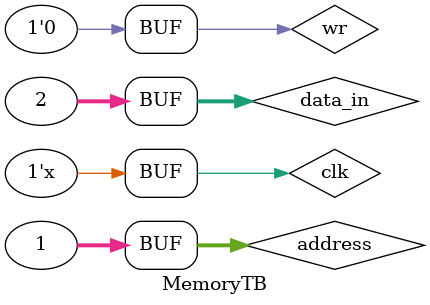
<source format=sv>
module MemoryTB();
	
	logic clk;
	logic wr;
	logic [31:0] address;
	logic [31:0] data_in;
	logic [31:0] data_out;
	
   Memory DUT (clk, wr, address, data_in, data_out);
		
	always begin
		#1
		clk = ~clk;
	end

   initial begin
		   clk = 1; 
			
			wr = 1;
			address = 0;
			data_in = 100;
			#4
			address = 1;
			data_in = 2;
			#4
			address = 1;
			wr = 0;
	end
endmodule
</source>
